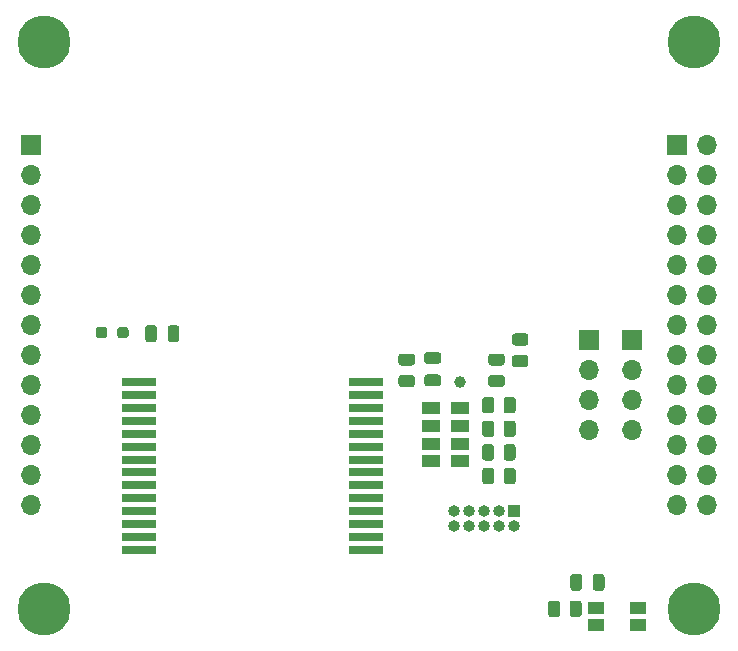
<source format=gbr>
%TF.GenerationSoftware,KiCad,Pcbnew,5.1.10-88a1d61d58~90~ubuntu20.04.1*%
%TF.CreationDate,2021-12-07T12:23:46+00:00*%
%TF.ProjectId,nrf52840,6e726635-3238-4343-902e-6b696361645f,rev?*%
%TF.SameCoordinates,Original*%
%TF.FileFunction,Soldermask,Top*%
%TF.FilePolarity,Negative*%
%FSLAX46Y46*%
G04 Gerber Fmt 4.6, Leading zero omitted, Abs format (unit mm)*
G04 Created by KiCad (PCBNEW 5.1.10-88a1d61d58~90~ubuntu20.04.1) date 2021-12-07 12:23:46*
%MOMM*%
%LPD*%
G01*
G04 APERTURE LIST*
%ADD10O,1.700000X1.700000*%
%ADD11R,1.700000X1.700000*%
%ADD12C,4.500000*%
%ADD13R,1.500000X1.000000*%
%ADD14O,1.000000X1.000000*%
%ADD15R,1.000000X1.000000*%
%ADD16R,1.400000X1.050000*%
%ADD17C,1.000000*%
%ADD18R,3.000000X0.800000*%
G04 APERTURE END LIST*
%TO.C,R8*%
G36*
G01*
X168650001Y-100900000D02*
X167749999Y-100900000D01*
G75*
G02*
X167500000Y-100650001I0J249999D01*
G01*
X167500000Y-100124999D01*
G75*
G02*
X167749999Y-99875000I249999J0D01*
G01*
X168650001Y-99875000D01*
G75*
G02*
X168900000Y-100124999I0J-249999D01*
G01*
X168900000Y-100650001D01*
G75*
G02*
X168650001Y-100900000I-249999J0D01*
G01*
G37*
G36*
G01*
X168650001Y-102725000D02*
X167749999Y-102725000D01*
G75*
G02*
X167500000Y-102475001I0J249999D01*
G01*
X167500000Y-101949999D01*
G75*
G02*
X167749999Y-101700000I249999J0D01*
G01*
X168650001Y-101700000D01*
G75*
G02*
X168900000Y-101949999I0J-249999D01*
G01*
X168900000Y-102475001D01*
G75*
G02*
X168650001Y-102725000I-249999J0D01*
G01*
G37*
%TD*%
%TO.C,R7*%
G36*
G01*
X178250001Y-99200000D02*
X177349999Y-99200000D01*
G75*
G02*
X177100000Y-98950001I0J249999D01*
G01*
X177100000Y-98424999D01*
G75*
G02*
X177349999Y-98175000I249999J0D01*
G01*
X178250001Y-98175000D01*
G75*
G02*
X178500000Y-98424999I0J-249999D01*
G01*
X178500000Y-98950001D01*
G75*
G02*
X178250001Y-99200000I-249999J0D01*
G01*
G37*
G36*
G01*
X178250001Y-101025000D02*
X177349999Y-101025000D01*
G75*
G02*
X177100000Y-100775001I0J249999D01*
G01*
X177100000Y-100249999D01*
G75*
G02*
X177349999Y-100000000I249999J0D01*
G01*
X178250001Y-100000000D01*
G75*
G02*
X178500000Y-100249999I0J-249999D01*
G01*
X178500000Y-100775001D01*
G75*
G02*
X178250001Y-101025000I-249999J0D01*
G01*
G37*
%TD*%
%TO.C,R6*%
G36*
G01*
X175349999Y-101700000D02*
X176250001Y-101700000D01*
G75*
G02*
X176500000Y-101949999I0J-249999D01*
G01*
X176500000Y-102475001D01*
G75*
G02*
X176250001Y-102725000I-249999J0D01*
G01*
X175349999Y-102725000D01*
G75*
G02*
X175100000Y-102475001I0J249999D01*
G01*
X175100000Y-101949999D01*
G75*
G02*
X175349999Y-101700000I249999J0D01*
G01*
G37*
G36*
G01*
X175349999Y-99875000D02*
X176250001Y-99875000D01*
G75*
G02*
X176500000Y-100124999I0J-249999D01*
G01*
X176500000Y-100650001D01*
G75*
G02*
X176250001Y-100900000I-249999J0D01*
G01*
X175349999Y-100900000D01*
G75*
G02*
X175100000Y-100650001I0J249999D01*
G01*
X175100000Y-100124999D01*
G75*
G02*
X175349999Y-99875000I249999J0D01*
G01*
G37*
%TD*%
D10*
%TO.C,J5*%
X183600000Y-106320000D03*
X183600000Y-103780000D03*
X183600000Y-101240000D03*
D11*
X183600000Y-98700000D03*
%TD*%
D12*
%TO.C,H4*%
X192500000Y-121500000D03*
%TD*%
%TO.C,H3*%
X192500000Y-73500000D03*
%TD*%
%TO.C,H2*%
X137500000Y-121500000D03*
%TD*%
%TO.C,H1*%
X137500000Y-73500000D03*
%TD*%
%TO.C,R5*%
G36*
G01*
X175600000Y-109799999D02*
X175600000Y-110700001D01*
G75*
G02*
X175350001Y-110950000I-249999J0D01*
G01*
X174824999Y-110950000D01*
G75*
G02*
X174575000Y-110700001I0J249999D01*
G01*
X174575000Y-109799999D01*
G75*
G02*
X174824999Y-109550000I249999J0D01*
G01*
X175350001Y-109550000D01*
G75*
G02*
X175600000Y-109799999I0J-249999D01*
G01*
G37*
G36*
G01*
X177425000Y-109799999D02*
X177425000Y-110700001D01*
G75*
G02*
X177175001Y-110950000I-249999J0D01*
G01*
X176649999Y-110950000D01*
G75*
G02*
X176400000Y-110700001I0J249999D01*
G01*
X176400000Y-109799999D01*
G75*
G02*
X176649999Y-109550000I249999J0D01*
G01*
X177175001Y-109550000D01*
G75*
G02*
X177425000Y-109799999I0J-249999D01*
G01*
G37*
%TD*%
%TO.C,R4*%
G36*
G01*
X175600000Y-107799999D02*
X175600000Y-108700001D01*
G75*
G02*
X175350001Y-108950000I-249999J0D01*
G01*
X174824999Y-108950000D01*
G75*
G02*
X174575000Y-108700001I0J249999D01*
G01*
X174575000Y-107799999D01*
G75*
G02*
X174824999Y-107550000I249999J0D01*
G01*
X175350001Y-107550000D01*
G75*
G02*
X175600000Y-107799999I0J-249999D01*
G01*
G37*
G36*
G01*
X177425000Y-107799999D02*
X177425000Y-108700001D01*
G75*
G02*
X177175001Y-108950000I-249999J0D01*
G01*
X176649999Y-108950000D01*
G75*
G02*
X176400000Y-108700001I0J249999D01*
G01*
X176400000Y-107799999D01*
G75*
G02*
X176649999Y-107550000I249999J0D01*
G01*
X177175001Y-107550000D01*
G75*
G02*
X177425000Y-107799999I0J-249999D01*
G01*
G37*
%TD*%
%TO.C,R3*%
G36*
G01*
X175600000Y-105799999D02*
X175600000Y-106700001D01*
G75*
G02*
X175350001Y-106950000I-249999J0D01*
G01*
X174824999Y-106950000D01*
G75*
G02*
X174575000Y-106700001I0J249999D01*
G01*
X174575000Y-105799999D01*
G75*
G02*
X174824999Y-105550000I249999J0D01*
G01*
X175350001Y-105550000D01*
G75*
G02*
X175600000Y-105799999I0J-249999D01*
G01*
G37*
G36*
G01*
X177425000Y-105799999D02*
X177425000Y-106700001D01*
G75*
G02*
X177175001Y-106950000I-249999J0D01*
G01*
X176649999Y-106950000D01*
G75*
G02*
X176400000Y-106700001I0J249999D01*
G01*
X176400000Y-105799999D01*
G75*
G02*
X176649999Y-105550000I249999J0D01*
G01*
X177175001Y-105550000D01*
G75*
G02*
X177425000Y-105799999I0J-249999D01*
G01*
G37*
%TD*%
%TO.C,R2*%
G36*
G01*
X175600000Y-103799999D02*
X175600000Y-104700001D01*
G75*
G02*
X175350001Y-104950000I-249999J0D01*
G01*
X174824999Y-104950000D01*
G75*
G02*
X174575000Y-104700001I0J249999D01*
G01*
X174575000Y-103799999D01*
G75*
G02*
X174824999Y-103550000I249999J0D01*
G01*
X175350001Y-103550000D01*
G75*
G02*
X175600000Y-103799999I0J-249999D01*
G01*
G37*
G36*
G01*
X177425000Y-103799999D02*
X177425000Y-104700001D01*
G75*
G02*
X177175001Y-104950000I-249999J0D01*
G01*
X176649999Y-104950000D01*
G75*
G02*
X176400000Y-104700001I0J249999D01*
G01*
X176400000Y-103799999D01*
G75*
G02*
X176649999Y-103550000I249999J0D01*
G01*
X177175001Y-103550000D01*
G75*
G02*
X177425000Y-103799999I0J-249999D01*
G01*
G37*
%TD*%
D13*
%TO.C,D4*%
X170250000Y-109000000D03*
X172750000Y-109000000D03*
%TD*%
%TO.C,D3*%
X170250000Y-107500000D03*
X172750000Y-107500000D03*
%TD*%
%TO.C,D2*%
X170250000Y-106000000D03*
X172750000Y-106000000D03*
%TD*%
%TO.C,D1*%
X170250000Y-104500000D03*
X172750000Y-104500000D03*
%TD*%
%TO.C,C3*%
G36*
G01*
X183950000Y-119725000D02*
X183950000Y-118775000D01*
G75*
G02*
X184200000Y-118525000I250000J0D01*
G01*
X184700000Y-118525000D01*
G75*
G02*
X184950000Y-118775000I0J-250000D01*
G01*
X184950000Y-119725000D01*
G75*
G02*
X184700000Y-119975000I-250000J0D01*
G01*
X184200000Y-119975000D01*
G75*
G02*
X183950000Y-119725000I0J250000D01*
G01*
G37*
G36*
G01*
X182050000Y-119725000D02*
X182050000Y-118775000D01*
G75*
G02*
X182300000Y-118525000I250000J0D01*
G01*
X182800000Y-118525000D01*
G75*
G02*
X183050000Y-118775000I0J-250000D01*
G01*
X183050000Y-119725000D01*
G75*
G02*
X182800000Y-119975000I-250000J0D01*
G01*
X182300000Y-119975000D01*
G75*
G02*
X182050000Y-119725000I0J250000D01*
G01*
G37*
%TD*%
%TO.C,R1*%
G36*
G01*
X181987500Y-121950001D02*
X181987500Y-121049999D01*
G75*
G02*
X182237499Y-120800000I249999J0D01*
G01*
X182762501Y-120800000D01*
G75*
G02*
X183012500Y-121049999I0J-249999D01*
G01*
X183012500Y-121950001D01*
G75*
G02*
X182762501Y-122200000I-249999J0D01*
G01*
X182237499Y-122200000D01*
G75*
G02*
X181987500Y-121950001I0J249999D01*
G01*
G37*
G36*
G01*
X180162500Y-121950001D02*
X180162500Y-121049999D01*
G75*
G02*
X180412499Y-120800000I249999J0D01*
G01*
X180937501Y-120800000D01*
G75*
G02*
X181187500Y-121049999I0J-249999D01*
G01*
X181187500Y-121950001D01*
G75*
G02*
X180937501Y-122200000I-249999J0D01*
G01*
X180412499Y-122200000D01*
G75*
G02*
X180162500Y-121950001I0J249999D01*
G01*
G37*
%TD*%
%TO.C,FB1*%
G36*
G01*
X143675000Y-98337500D02*
X143675000Y-97862500D01*
G75*
G02*
X143912500Y-97625000I237500J0D01*
G01*
X144412500Y-97625000D01*
G75*
G02*
X144650000Y-97862500I0J-237500D01*
G01*
X144650000Y-98337500D01*
G75*
G02*
X144412500Y-98575000I-237500J0D01*
G01*
X143912500Y-98575000D01*
G75*
G02*
X143675000Y-98337500I0J237500D01*
G01*
G37*
G36*
G01*
X141850000Y-98337500D02*
X141850000Y-97862500D01*
G75*
G02*
X142087500Y-97625000I237500J0D01*
G01*
X142587500Y-97625000D01*
G75*
G02*
X142825000Y-97862500I0J-237500D01*
G01*
X142825000Y-98337500D01*
G75*
G02*
X142587500Y-98575000I-237500J0D01*
G01*
X142087500Y-98575000D01*
G75*
G02*
X141850000Y-98337500I0J237500D01*
G01*
G37*
%TD*%
%TO.C,C2*%
G36*
G01*
X147950000Y-98675000D02*
X147950000Y-97725000D01*
G75*
G02*
X148200000Y-97475000I250000J0D01*
G01*
X148700000Y-97475000D01*
G75*
G02*
X148950000Y-97725000I0J-250000D01*
G01*
X148950000Y-98675000D01*
G75*
G02*
X148700000Y-98925000I-250000J0D01*
G01*
X148200000Y-98925000D01*
G75*
G02*
X147950000Y-98675000I0J250000D01*
G01*
G37*
G36*
G01*
X146050000Y-98675000D02*
X146050000Y-97725000D01*
G75*
G02*
X146300000Y-97475000I250000J0D01*
G01*
X146800000Y-97475000D01*
G75*
G02*
X147050000Y-97725000I0J-250000D01*
G01*
X147050000Y-98675000D01*
G75*
G02*
X146800000Y-98925000I-250000J0D01*
G01*
X146300000Y-98925000D01*
G75*
G02*
X146050000Y-98675000I0J250000D01*
G01*
G37*
%TD*%
%TO.C,C1*%
G36*
G01*
X170875000Y-100750000D02*
X169925000Y-100750000D01*
G75*
G02*
X169675000Y-100500000I0J250000D01*
G01*
X169675000Y-100000000D01*
G75*
G02*
X169925000Y-99750000I250000J0D01*
G01*
X170875000Y-99750000D01*
G75*
G02*
X171125000Y-100000000I0J-250000D01*
G01*
X171125000Y-100500000D01*
G75*
G02*
X170875000Y-100750000I-250000J0D01*
G01*
G37*
G36*
G01*
X170875000Y-102650000D02*
X169925000Y-102650000D01*
G75*
G02*
X169675000Y-102400000I0J250000D01*
G01*
X169675000Y-101900000D01*
G75*
G02*
X169925000Y-101650000I250000J0D01*
G01*
X170875000Y-101650000D01*
G75*
G02*
X171125000Y-101900000I0J-250000D01*
G01*
X171125000Y-102400000D01*
G75*
G02*
X170875000Y-102650000I-250000J0D01*
G01*
G37*
%TD*%
D14*
%TO.C,J4*%
X172210000Y-114520000D03*
X172210000Y-113250000D03*
X173480000Y-114520000D03*
X173480000Y-113250000D03*
X174750000Y-114520000D03*
X174750000Y-113250000D03*
X176020000Y-114520000D03*
X176020000Y-113250000D03*
X177290000Y-114520000D03*
D15*
X177290000Y-113250000D03*
%TD*%
D16*
%TO.C,SW1*%
X184200000Y-121450000D03*
X187800000Y-121450000D03*
X184200000Y-122900000D03*
X187800000Y-122900000D03*
%TD*%
D10*
%TO.C,J3*%
X187300000Y-106320000D03*
X187300000Y-103780000D03*
X187300000Y-101240000D03*
D11*
X187300000Y-98700000D03*
%TD*%
D17*
%TO.C,TP1*%
X172700000Y-102250000D03*
%TD*%
D18*
%TO.C,U1*%
X145500000Y-116550000D03*
X145500000Y-115450000D03*
X145500000Y-114350000D03*
X145500000Y-113250000D03*
X145500000Y-112150000D03*
X145500000Y-111050000D03*
X145500000Y-109950000D03*
X145500000Y-108850000D03*
X145500000Y-107750000D03*
X145500000Y-106650000D03*
X145500000Y-105550000D03*
X145500000Y-104450000D03*
X145500000Y-103350000D03*
X145500000Y-102250000D03*
X164730000Y-102250000D03*
X164730000Y-103350000D03*
X164730000Y-104450000D03*
X164730000Y-105550000D03*
X164730000Y-106650000D03*
X164730000Y-107750000D03*
X164730000Y-108850000D03*
X164730000Y-109950000D03*
X164730000Y-111050000D03*
X164730000Y-112150000D03*
X164730000Y-113250000D03*
X164730000Y-114350000D03*
X164730000Y-115450000D03*
X164730000Y-116550000D03*
%TD*%
D10*
%TO.C,J2*%
X136400000Y-112680000D03*
X136400000Y-110140000D03*
X136400000Y-107600000D03*
X136400000Y-105060000D03*
X136400000Y-102520000D03*
X136400000Y-99980000D03*
X136400000Y-97440000D03*
X136400000Y-94900000D03*
X136400000Y-92360000D03*
X136400000Y-89820000D03*
X136400000Y-87280000D03*
X136400000Y-84740000D03*
D11*
X136400000Y-82200000D03*
%TD*%
D10*
%TO.C,J1*%
X193640000Y-112680000D03*
X191100000Y-112680000D03*
X193640000Y-110140000D03*
X191100000Y-110140000D03*
X193640000Y-107600000D03*
X191100000Y-107600000D03*
X193640000Y-105060000D03*
X191100000Y-105060000D03*
X193640000Y-102520000D03*
X191100000Y-102520000D03*
X193640000Y-99980000D03*
X191100000Y-99980000D03*
X193640000Y-97440000D03*
X191100000Y-97440000D03*
X193640000Y-94900000D03*
X191100000Y-94900000D03*
X193640000Y-92360000D03*
X191100000Y-92360000D03*
X193640000Y-89820000D03*
X191100000Y-89820000D03*
X193640000Y-87280000D03*
X191100000Y-87280000D03*
X193640000Y-84740000D03*
X191100000Y-84740000D03*
X193640000Y-82200000D03*
D11*
X191100000Y-82200000D03*
%TD*%
M02*

</source>
